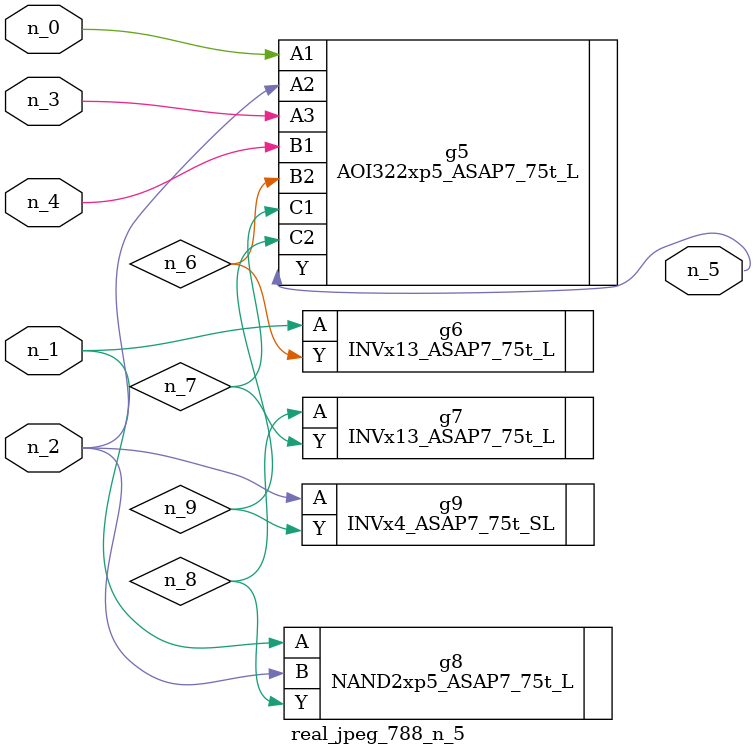
<source format=v>
module real_jpeg_788_n_5 (n_4, n_0, n_1, n_2, n_3, n_5);

input n_4;
input n_0;
input n_1;
input n_2;
input n_3;

output n_5;

wire n_8;
wire n_6;
wire n_7;
wire n_9;

AOI322xp5_ASAP7_75t_L g5 ( 
.A1(n_0),
.A2(n_2),
.A3(n_3),
.B1(n_4),
.B2(n_6),
.C1(n_7),
.C2(n_9),
.Y(n_5)
);

INVx13_ASAP7_75t_L g6 ( 
.A(n_1),
.Y(n_6)
);

NAND2xp5_ASAP7_75t_L g8 ( 
.A(n_1),
.B(n_2),
.Y(n_8)
);

INVx4_ASAP7_75t_SL g9 ( 
.A(n_2),
.Y(n_9)
);

INVx13_ASAP7_75t_L g7 ( 
.A(n_8),
.Y(n_7)
);


endmodule
</source>
